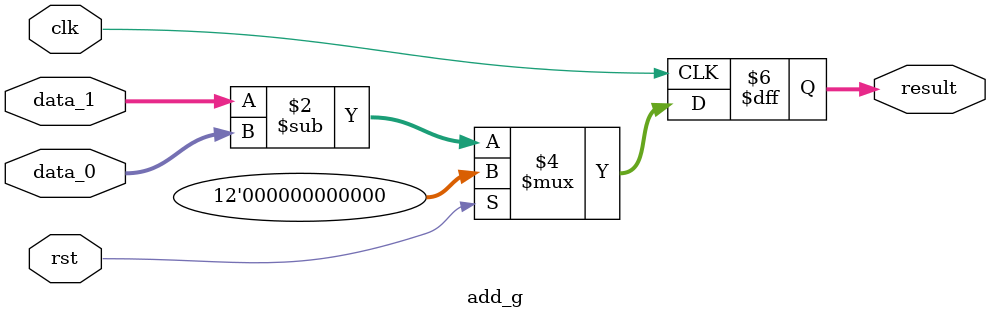
<source format=v>
module add_g(
input clk,
input rst,
input [10:0] data_0,
input [10:0] data_1,
output reg signed [11:0] result);

	always @ (posedge clk)
	begin
		if(rst)
			result <= 0;
		else
			result <= data_1 - data_0;
	end

endmodule
</source>
